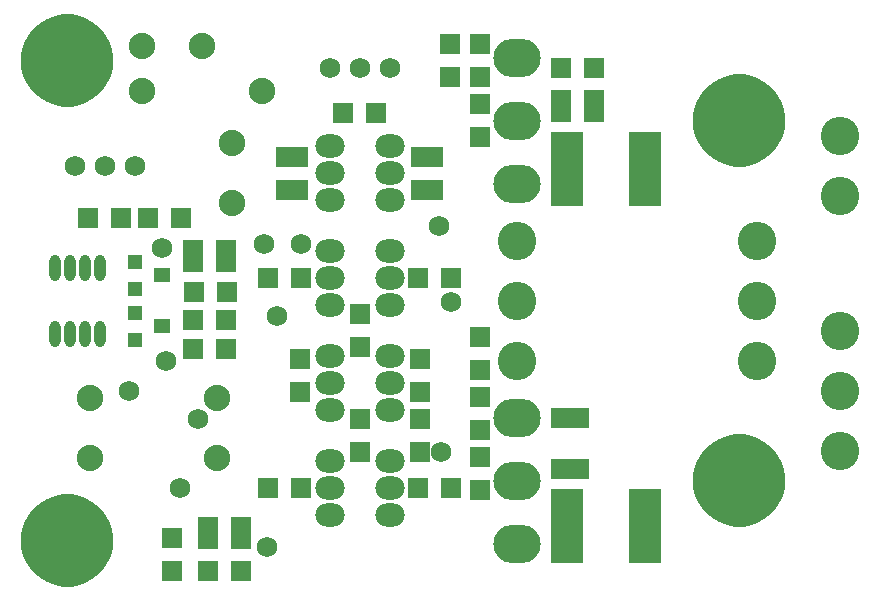
<source format=gts>
*%FSLAX25Y25*%
*%MOIN*%
G01*
%ADD11C,0.00600*%
%ADD12C,0.00733*%
%ADD13C,0.00800*%
%ADD14C,0.01000*%
%ADD15C,0.01200*%
%ADD16C,0.01500*%
%ADD17C,0.02000*%
%ADD18C,0.02500*%
%ADD19C,0.03000*%
%ADD20C,0.03000*%
%ADD21O,0.03000X0.08000*%
%ADD22O,0.03800X0.08800*%
%ADD23C,0.04000*%
%ADD24C,0.04000*%
%ADD25C,0.05000*%
%ADD26C,0.06000*%
%ADD27C,0.06800*%
%ADD28C,0.07000*%
%ADD29C,0.08000*%
%ADD30C,0.08000*%
%ADD31C,0.08800*%
%ADD32O,0.09000X0.07000*%
%ADD33O,0.09800X0.07800*%
%ADD34C,0.10000*%
%ADD35C,0.10000*%
%ADD36C,0.12000*%
%ADD37C,0.12000*%
%ADD38C,0.12500*%
%ADD39C,0.12800*%
%ADD40O,0.15000X0.12000*%
%ADD41O,0.15800X0.12800*%
%ADD42C,0.16500*%
%ADD43C,0.25000*%
%ADD44R,0.04000X0.04000*%
%ADD45R,0.04800X0.04800*%
%ADD46R,0.05000X0.04000*%
%ADD47R,0.05800X0.04800*%
%ADD48R,0.06000X0.06000*%
%ADD49R,0.06000X0.10000*%
%ADD50R,0.06800X0.06800*%
%ADD51R,0.06800X0.10800*%
%ADD52R,0.08000X0.20000*%
%ADD53R,0.08800X0.20800*%
%ADD54R,0.10000X0.06000*%
%ADD55R,0.10000X0.10000*%
%ADD56R,0.10000X0.24000*%
%ADD57R,0.10800X0.06800*%
%ADD58R,0.10800X0.24800*%
%ADD59R,0.12000X0.06000*%
%ADD60R,0.12800X0.06800*%
%ADD61R,0.20000X0.20000*%
D22*
X874500Y789000D02*
D03*
X869500D02*
D03*
X864500D02*
D03*
X879500Y811000D02*
D03*
X874500D02*
D03*
X869500D02*
D03*
X864500D02*
D03*
X879500Y789000D02*
D03*
D27*
X956000Y877500D02*
D03*
X976000D02*
D03*
X966000D02*
D03*
X871000Y845000D02*
D03*
X891000D02*
D03*
X881000D02*
D03*
X938500Y795000D02*
D03*
X996500Y799500D02*
D03*
X900000Y817500D02*
D03*
X935000Y718000D02*
D03*
X906000Y737500D02*
D03*
X992500Y825000D02*
D03*
X993000Y749500D02*
D03*
X946500Y819000D02*
D03*
X934000D02*
D03*
X912000Y760500D02*
D03*
X889000Y770000D02*
D03*
X901500Y780000D02*
D03*
D30*
X1081100Y860000D02*
X1081101D01*
X1081100D02*
X1081227Y858301D01*
X1081607Y856640D01*
X1082229Y855054D01*
X1083081Y853578D01*
X1084143Y852246D01*
X1085392Y851087D01*
X1086800Y850127D01*
X1088335Y849388D01*
X1089963Y848886D01*
X1091648Y848632D01*
X1093352D01*
X1095037Y848886D01*
X1096665Y849388D01*
X1098200Y850127D01*
X1099608Y851087D01*
X1100857Y852246D01*
X1101919Y853578D01*
X1102771Y855054D01*
X1103393Y856640D01*
X1103773Y858301D01*
X1103900Y860000D01*
X1103901D01*
X1103900D02*
X1103773Y861699D01*
X1103393Y863360D01*
X1102771Y864946D01*
X1101919Y866422D01*
X1100857Y867754D01*
X1099608Y868913D01*
X1098200Y869873D01*
X1096665Y870612D01*
X1095037Y871114D01*
X1093352Y871368D01*
X1091648D01*
X1089963Y871114D01*
X1088335Y870612D01*
X1086800Y869873D01*
X1085392Y868913D01*
X1084143Y867754D01*
X1083081Y866422D01*
X1082229Y864946D01*
X1081607Y863360D01*
X1081227Y861699D01*
X1081100Y860000D01*
X1088900D02*
X1088901D01*
X1088900D02*
X1089117Y858769D01*
X1089742Y857686D01*
X1090700Y856882D01*
X1091875Y856455D01*
X1093125D01*
X1094300Y856882D01*
X1095258Y857686D01*
X1095883Y858769D01*
X1096100Y860000D01*
X1096101D01*
X1096100D02*
X1095883Y861231D01*
X1095258Y862314D01*
X1094300Y863118D01*
X1093125Y863545D01*
X1091875D01*
X1090700Y863118D01*
X1089742Y862314D01*
X1089117Y861231D01*
X1088900Y860000D01*
X857100Y720000D02*
X857101D01*
X857100D02*
X857227Y718301D01*
X857607Y716640D01*
X858229Y715054D01*
X859081Y713578D01*
X860143Y712246D01*
X861392Y711087D01*
X862800Y710127D01*
X864335Y709388D01*
X865963Y708886D01*
X867648Y708632D01*
X869352D01*
X871037Y708886D01*
X872665Y709388D01*
X874200Y710127D01*
X875608Y711087D01*
X876857Y712246D01*
X877919Y713578D01*
X878771Y715054D01*
X879393Y716640D01*
X879773Y718301D01*
X879900Y720000D01*
X879901D01*
X879900D02*
X879773Y721699D01*
X879393Y723360D01*
X878771Y724946D01*
X877919Y726422D01*
X876857Y727754D01*
X875608Y728913D01*
X874200Y729873D01*
X872665Y730612D01*
X871037Y731114D01*
X869352Y731368D01*
X867648D01*
X865963Y731114D01*
X864335Y730612D01*
X862800Y729873D01*
X861392Y728913D01*
X860143Y727754D01*
X859081Y726422D01*
X858229Y724946D01*
X857607Y723360D01*
X857227Y721699D01*
X857100Y720000D01*
X864900D02*
X864901D01*
X864900D02*
X865117Y718769D01*
X865742Y717686D01*
X866700Y716882D01*
X867875Y716455D01*
X869125D01*
X870300Y716882D01*
X871258Y717686D01*
X871883Y718769D01*
X872100Y720000D01*
X872101D01*
X872100D02*
X871883Y721231D01*
X871258Y722314D01*
X870300Y723118D01*
X869125Y723545D01*
X867875D01*
X866700Y723118D01*
X865742Y722314D01*
X865117Y721231D01*
X864900Y720000D01*
X857100Y880000D02*
X857101D01*
X857100D02*
X857227Y878301D01*
X857607Y876640D01*
X858229Y875054D01*
X859081Y873578D01*
X860143Y872246D01*
X861392Y871087D01*
X862800Y870127D01*
X864335Y869388D01*
X865963Y868886D01*
X867648Y868632D01*
X869352D01*
X871037Y868886D01*
X872665Y869388D01*
X874200Y870127D01*
X875608Y871087D01*
X876857Y872246D01*
X877919Y873578D01*
X878771Y875054D01*
X879393Y876640D01*
X879773Y878301D01*
X879900Y880000D01*
X879901D01*
X879900D02*
X879773Y881699D01*
X879393Y883360D01*
X878771Y884946D01*
X877919Y886422D01*
X876857Y887754D01*
X875608Y888913D01*
X874200Y889873D01*
X872665Y890612D01*
X871037Y891114D01*
X869352Y891368D01*
X867648D01*
X865963Y891114D01*
X864335Y890612D01*
X862800Y889873D01*
X861392Y888913D01*
X860143Y887754D01*
X859081Y886422D01*
X858229Y884946D01*
X857607Y883360D01*
X857227Y881699D01*
X857100Y880000D01*
X864900D02*
X864901D01*
X864900D02*
X865117Y878769D01*
X865742Y877686D01*
X866700Y876882D01*
X867875Y876455D01*
X869125D01*
X870300Y876882D01*
X871258Y877686D01*
X871883Y878769D01*
X872100Y880000D01*
X872101D01*
X872100D02*
X871883Y881231D01*
X871258Y882314D01*
X870300Y883118D01*
X869125Y883545D01*
X867875D01*
X866700Y883118D01*
X865742Y882314D01*
X865117Y881231D01*
X864900Y880000D01*
X1081100Y740000D02*
X1081101D01*
X1081100D02*
X1081227Y738301D01*
X1081607Y736640D01*
X1082229Y735054D01*
X1083081Y733578D01*
X1084143Y732246D01*
X1085392Y731087D01*
X1086800Y730127D01*
X1088335Y729388D01*
X1089963Y728886D01*
X1091648Y728632D01*
X1093352D01*
X1095037Y728886D01*
X1096665Y729388D01*
X1098200Y730127D01*
X1099608Y731087D01*
X1100857Y732246D01*
X1101919Y733578D01*
X1102771Y735054D01*
X1103393Y736640D01*
X1103773Y738301D01*
X1103900Y740000D01*
X1103901D01*
X1103900D02*
X1103773Y741699D01*
X1103393Y743360D01*
X1102771Y744946D01*
X1101919Y746422D01*
X1100857Y747754D01*
X1099608Y748913D01*
X1098200Y749873D01*
X1096665Y750612D01*
X1095037Y751114D01*
X1093352Y751368D01*
X1091648D01*
X1089963Y751114D01*
X1088335Y750612D01*
X1086800Y749873D01*
X1085392Y748913D01*
X1084143Y747754D01*
X1083081Y746422D01*
X1082229Y744946D01*
X1081607Y743360D01*
X1081227Y741699D01*
X1081100Y740000D01*
X1088900D02*
X1088901D01*
X1088900D02*
X1089117Y738769D01*
X1089742Y737686D01*
X1090700Y736882D01*
X1091875Y736455D01*
X1093125D01*
X1094300Y736882D01*
X1095258Y737686D01*
X1095883Y738769D01*
X1096100Y740000D01*
X1096101D01*
X1096100D02*
X1095883Y741231D01*
X1095258Y742314D01*
X1094300Y743118D01*
X1093125Y743545D01*
X1091875D01*
X1090700Y743118D01*
X1089742Y742314D01*
X1089117Y741231D01*
X1088900Y740000D01*
D31*
X913500Y885000D02*
D03*
X893500D02*
D03*
X918500Y747500D02*
D03*
Y767500D02*
D03*
X923500Y832500D02*
D03*
Y852500D02*
D03*
X893500Y870000D02*
D03*
X933500D02*
D03*
X876000Y767500D02*
D03*
Y747500D02*
D03*
D33*
X976000Y851500D02*
D03*
Y842500D02*
D03*
Y833500D02*
D03*
X956000D02*
D03*
Y842500D02*
D03*
Y851500D02*
D03*
X976000Y816500D02*
D03*
Y807500D02*
D03*
Y798500D02*
D03*
Y746500D02*
D03*
Y737500D02*
D03*
Y728500D02*
D03*
X956000Y798500D02*
D03*
Y807500D02*
D03*
Y816500D02*
D03*
Y728500D02*
D03*
Y737500D02*
D03*
Y746500D02*
D03*
Y763500D02*
D03*
Y772500D02*
D03*
Y781500D02*
D03*
X976000Y763500D02*
D03*
Y772500D02*
D03*
Y781500D02*
D03*
D39*
X1126000Y855000D02*
D03*
Y790000D02*
D03*
Y750000D02*
D03*
Y770000D02*
D03*
Y835000D02*
D03*
X1018500Y800000D02*
D03*
X1098500D02*
D03*
Y780000D02*
D03*
X1018500D02*
D03*
Y820000D02*
D03*
X1098500D02*
D03*
D41*
X1018500Y839000D02*
D03*
Y860000D02*
D03*
Y881000D02*
D03*
Y740000D02*
D03*
Y761000D02*
D03*
Y719000D02*
D03*
D45*
X891000Y796000D02*
D03*
Y787000D02*
D03*
Y813000D02*
D03*
Y804000D02*
D03*
D47*
X900000Y791500D02*
D03*
Y808500D02*
D03*
D50*
X1044000Y877500D02*
D03*
X1033000D02*
D03*
X986000Y780500D02*
D03*
Y769500D02*
D03*
X1006000Y885500D02*
D03*
Y874500D02*
D03*
Y757000D02*
D03*
Y768000D02*
D03*
X875500Y827500D02*
D03*
X886500D02*
D03*
X903500Y721000D02*
D03*
Y710000D02*
D03*
X915500D02*
D03*
X926500D02*
D03*
X996000Y874500D02*
D03*
Y885500D02*
D03*
X1006000Y788000D02*
D03*
Y777000D02*
D03*
X960500Y862500D02*
D03*
X971500D02*
D03*
X985500Y807500D02*
D03*
X996500D02*
D03*
X985500Y737500D02*
D03*
X996500D02*
D03*
X935500Y807500D02*
D03*
X946500D02*
D03*
X935500Y737500D02*
D03*
X946500D02*
D03*
X966000Y749500D02*
D03*
Y760500D02*
D03*
Y795500D02*
D03*
Y784500D02*
D03*
X946000Y769500D02*
D03*
Y780500D02*
D03*
X986000Y749500D02*
D03*
Y760500D02*
D03*
X921500Y793500D02*
D03*
X910500D02*
D03*
X906500Y827500D02*
D03*
X895500D02*
D03*
X910500Y784000D02*
D03*
X921500D02*
D03*
X910750Y803000D02*
D03*
X921750D02*
D03*
X1006000Y854500D02*
D03*
Y865500D02*
D03*
Y737000D02*
D03*
Y748000D02*
D03*
D51*
X1033000Y865000D02*
D03*
X1044000D02*
D03*
X915500Y722500D02*
D03*
X926500D02*
D03*
X921500Y815000D02*
D03*
X910500D02*
D03*
D57*
X988500Y848000D02*
D03*
Y837000D02*
D03*
X943500Y848000D02*
D03*
Y837000D02*
D03*
D58*
X1061000Y725000D02*
D03*
X1035000D02*
D03*
X1061000Y844000D02*
D03*
X1035000D02*
D03*
D60*
X1036000Y761000D02*
D03*
Y744000D02*
D03*
M02*

</source>
